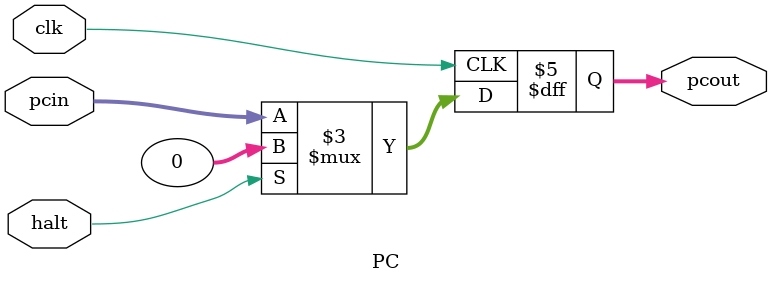
<source format=v>
module PC(clk, halt, pcin, pcout);

input clk;
input halt;
input [31:0]pcin;
output reg [31:0]pcout;

always @(posedge clk)
begin
if(halt)
pcout<=32'h00000000;
else
pcout<=pcin;
end
endmodule
</source>
